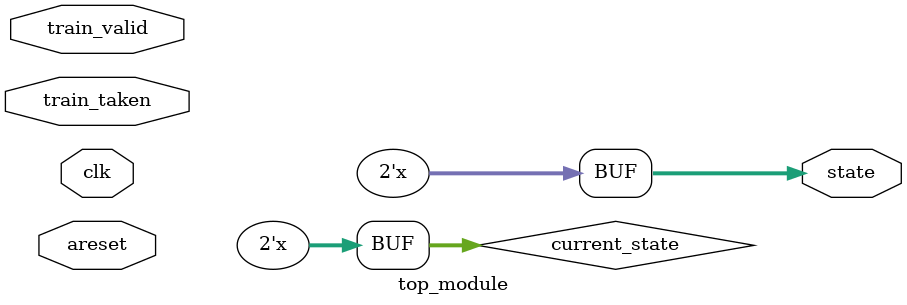
<source format=sv>
module top_module(
    input clk,
    input areset,
    input train_valid,
    input train_taken,
    output logic [1:0] state
);

    // Internal state reg
    logic [1:0] current_state;
    
    // Reset logic
    always_ff @(posedge clk or posedge areset) begin
        if (areset)
            current_state <= 2'b01; // Reset to state 1
        else
            current_state <= state;
    end
    
    // State transition logic
    always_comb begin
        case (current_state)
            2'b00: begin
                if (train_valid && train_taken)
                    current_state = 2'b01; // Transition to state 1
                else
                    current_state = 2'b00; // Remain in state 0
            end
            2'b01: begin
                if (train_valid && train_taken)
                    current_state = 2'b10; // Transition to state 2
                else
                    current_state = 2'b00; // Transition to state 0
            end
            2'b10: begin
                if (train_valid && train_taken)
                    current_state = 2'b11; // Transition to state 3
                else
                    current_state = 2'b01; // Transition to state 1
            end
            2'b11: begin
                if (train_valid && !train_taken)
                    current_state = 2'b10; // Transition to state 2
                else
                    current_state = 2'b11; // Remain in state 3
            end
        endcase
    end
    
    assign state = current_state;
    
endmodule

</source>
